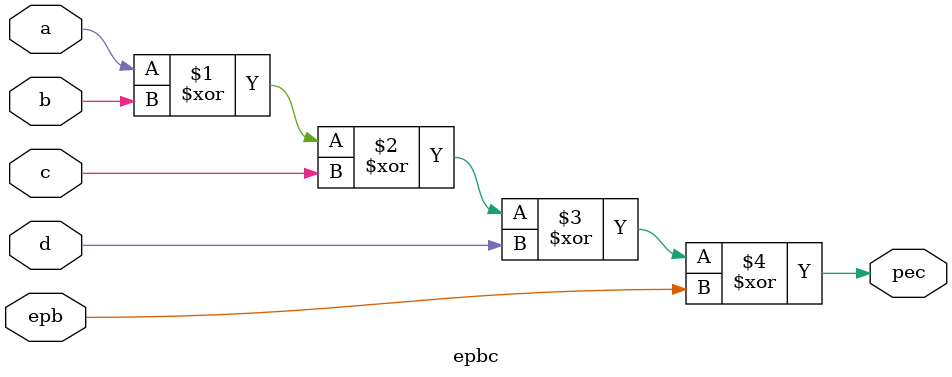
<source format=v>
`timescale 1ns / 1ps

module epbc(
    input a,b,c,d,epb,
    output pec
    );
    assign pec=a^b^c^d^epb;
endmodule

</source>
